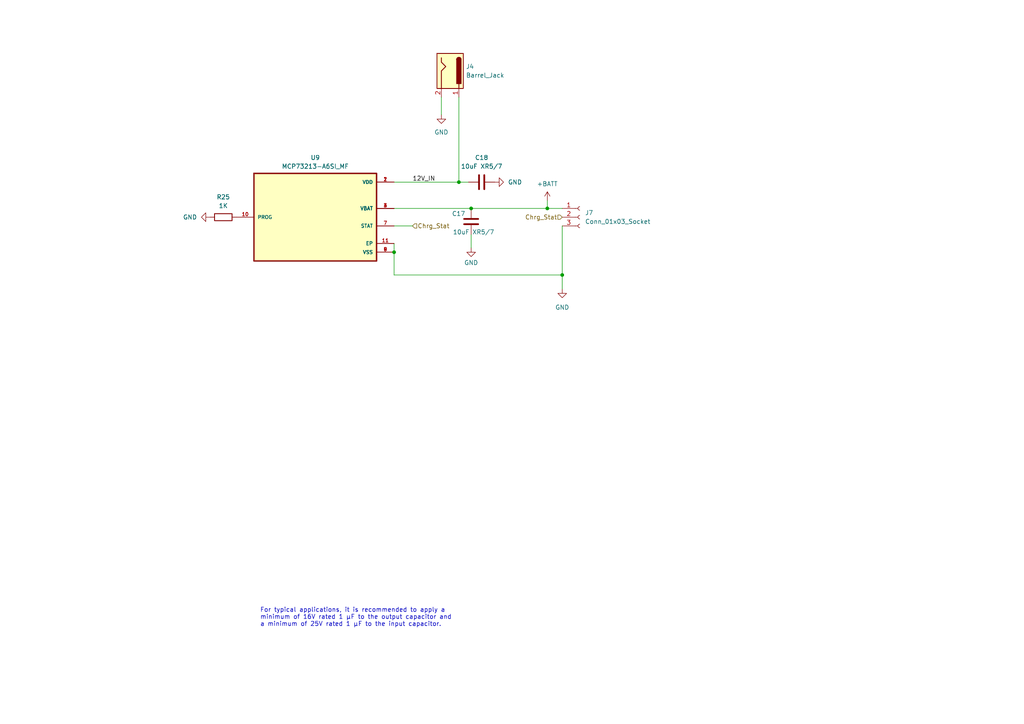
<source format=kicad_sch>
(kicad_sch (version 20230121) (generator eeschema)
  (paper "A4")
  (lib_symbols
    (symbol "Connector:Barrel_Jack" (pin_names (offset 1.016))
      (property "Reference" "J" (at 0 5.334 0))
      (property "Value" "Barrel_Jack" (at 0 -5.08 0))
      (symbol "Barrel_Jack_0_1"
        (rectangle (start -5.08 3.81) (end 5.08 -3.81) (stroke (width 0.254)) (fill (type background)))
        (arc (start -3.302 3.175) (mid -3.9343 2.54) (end -3.302 1.905) (stroke (width 0.254)))
        (arc (start -3.302 3.175) (mid -3.9343 2.54) (end -3.302 1.905) (stroke (width 0.254)) (fill (type outline)))
        (polyline (pts (xy 5.08 2.54) (xy 3.81 2.54)) (stroke (width 0.254)))
        (polyline (pts (xy -3.81 -2.54) (xy -2.54 -2.54) (xy -1.27 -1.27) (xy 0 -2.54) (xy 2.54 -2.54) (xy 5.08 -2.54)) (stroke (width 0.254)))
        (rectangle (start 3.683 3.175) (end -3.302 1.905) (stroke (width 0.254)) (fill (type outline)))
      )
      (symbol "Barrel_Jack_1_1"
        (pin passive line (at 7.62 2.54 180) (length 2.54) (name "~") (number "1"))
        (pin passive line (at 7.62 -2.54 180) (length 2.54) (name "~") (number "2"))
      )
    )
    (symbol "Connector:Conn_01x03_Socket" (pin_names (offset 1.016) hide)
      (property "Reference" "J" (at 0 5.08 0))
      (property "Value" "Conn_01x03_Socket" (at 0 -5.08 0))
      (symbol "Conn_01x03_Socket_1_1"
        (arc (start 0 -2.032) (mid -0.5058 -2.54) (end 0 -3.048) (stroke (width 0.1524)))
        (polyline (pts (xy -1.27 -2.54) (xy -0.508 -2.54)) (stroke (width 0.1524)))
        (polyline (pts (xy -1.27 0) (xy -0.508 0)) (stroke (width 0.1524)))
        (polyline (pts (xy -1.27 2.54) (xy -0.508 2.54)) (stroke (width 0.1524)))
        (arc (start 0 0.508) (mid -0.5058 0) (end 0 -0.508) (stroke (width 0.1524)))
        (arc (start 0 3.048) (mid -0.5058 2.54) (end 0 2.032) (stroke (width 0.1524)))
        (pin passive line (at -5.08 2.54 0) (length 3.81) (name "Pin_1") (number "1"))
        (pin passive line (at -5.08 0 0) (length 3.81) (name "Pin_2") (number "2"))
        (pin passive line (at -5.08 -2.54 0) (length 3.81) (name "Pin_3") (number "3"))
      )
    )
    (symbol "Device:C" (pin_numbers hide) (pin_names (offset 0.254))
      (property "Reference" "C" (at 0.635 2.54 0))
      (property "Value" "C" (at 0.635 -2.54 0))
      (symbol "C_0_1"
        (polyline (pts (xy -2.032 -0.762) (xy 2.032 -0.762)) (stroke (width 0.508)))
        (polyline (pts (xy -2.032 0.762) (xy 2.032 0.762)) (stroke (width 0.508)))
      )
      (symbol "C_1_1"
        (pin passive line (at 0 3.81 270) (length 2.794) (name "~") (number "1"))
        (pin passive line (at 0 -3.81 90) (length 2.794) (name "~") (number "2"))
      )
    )
    (symbol "Device:R" (pin_numbers hide) (pin_names (offset 0))
      (property "Reference" "R" (at 2.032 0 90))
      (property "Value" "R" (at 0 0 90))
      (symbol "R_0_1"
        (rectangle (start -1.016 -2.54) (end 1.016 2.54) (stroke (width 0.254)))
      )
      (symbol "R_1_1"
        (pin passive line (at 0 3.81 270) (length 1.27) (name "~") (number "1"))
        (pin passive line (at 0 -3.81 90) (length 1.27) (name "~") (number "2"))
      )
    )
    (symbol "MCP73213-A6SI_MF:MCP73213-A6SI_MF" (pin_names (offset 1.016))
      (property "Reference" "U" (at -17.837 13.7392 0))
      (property "Value" "MCP73213-A6SI_MF" (at -17.8079 -16.7245 0))
      (symbol "MCP73213-A6SI_MF_0_0"
        (rectangle (start -17.78 -12.7) (end 17.78 12.7) (stroke (width 0.41)) (fill (type background)))
        (pin power_in line (at 22.86 10.16 180) (length 5.08) (name "VDD") (number "1"))
        (pin bidirectional line (at -22.86 0 0) (length 5.08) (name "PROG") (number "10"))
        (pin power_in line (at 22.86 -7.62 180) (length 5.08) (name "EP") (number "11"))
        (pin power_in line (at 22.86 10.16 180) (length 5.08) (name "VDD") (number "2"))
        (pin bidirectional line (at 22.86 2.54 180) (length 5.08) (name "VBAT") (number "3"))
        (pin bidirectional line (at 22.86 2.54 180) (length 5.08) (name "VBAT") (number "4"))
        (pin output line (at 22.86 -2.54 180) (length 5.08) (name "STAT") (number "7"))
        (pin power_in line (at 22.86 -10.16 180) (length 5.08) (name "VSS") (number "8"))
        (pin power_in line (at 22.86 -10.16 180) (length 5.08) (name "VSS") (number "9"))
      )
    )
    (symbol "power:+BATT" (power) (pin_names (offset 0))
      (property "Value" "+BATT" (at 0 3.556 0))
      (symbol "+BATT_0_1"
        (polyline (pts (xy -0.762 1.27) (xy 0 2.54)))
        (polyline (pts (xy 0 0) (xy 0 2.54)))
        (polyline (pts (xy 0 2.54) (xy 0.762 1.27)))
      )
      (symbol "+BATT_1_1"
        (pin power_in line (at 0 0 90) (length 0) hide (name "+BATT") (number "1"))
      )
    )
    (symbol "power:GND" (power) (pin_names (offset 0))
      (property "Value" "GND" (at 0 -3.81 0))
      (symbol "GND_0_1"
        (polyline (pts (xy 0 0) (xy 0 -1.27) (xy 1.27 -1.27) (xy 0 -2.54) (xy -1.27 -1.27) (xy 0 -1.27)))
      )
      (symbol "GND_1_1"
        (pin power_in line (at 0 0 270) (length 0) hide (name "GND") (number "1"))
      )
    )
  )
  (junction (at 158.75 60.452))
  (junction (at 133.096 52.832))
  (junction (at 163.068 79.756))
  (junction (at 136.652 60.452))
  (junction (at 114.3 73.152))
  (wire (pts (xy 133.096 52.832) (xy 133.096 28.194)))
  (wire (pts (xy 163.068 79.756) (xy 163.068 83.82)))
  (wire (pts (xy 114.3 73.152) (xy 114.3 79.756)))
  (wire (pts (xy 136.652 60.452) (xy 158.75 60.452)))
  (wire (pts (xy 114.3 79.756) (xy 163.068 79.756)))
  (wire (pts (xy 114.3 70.612) (xy 114.3 73.152)))
  (wire (pts (xy 158.75 58.166) (xy 158.75 60.452)))
  (wire (pts (xy 136.652 71.882) (xy 136.652 68.072)))
  (wire (pts (xy 163.068 65.532) (xy 163.068 79.756)))
  (wire (pts (xy 114.3 60.452) (xy 136.652 60.452)))
  (wire (pts (xy 114.3 65.532) (xy 119.634 65.532)))
  (wire (pts (xy 133.096 52.832) (xy 135.89 52.832)))
  (wire (pts (xy 114.3 52.832) (xy 133.096 52.832)))
  (wire (pts (xy 158.75 60.452) (xy 163.068 60.452)))
  (wire (pts (xy 128.016 28.194) (xy 128.016 33.274)))
  (text "For typical applications, it is recommended to apply a\nminimum of 16V rated 1 μF to the output capacitor and\na minimum of 25V rated 1 μF to the input capacitor." (at 75.438 181.864 0) (effects (font (size 1.27 1.27)) (justify left bottom)))
  (label "12V_IN" (at 119.634 52.832 0))
  (hierarchical_label "Chrg_Stat" (shape input) (at 163.068 62.992 180))
  (hierarchical_label "Chrg_Stat" (shape input) (at 119.634 65.532 0))
  (symbol (lib_id "Connector:Barrel_Jack") (at 130.556 20.574 270) (unit 1)
    (property "Reference" "J4" (at 135.128 19.304 90) (effects (justify left)))
    (property "Value" "Barrel_Jack" (at 135.128 21.844 90) (effects (justify left)))
    (property "Footprint" "Connector_BarrelJack:BarrelJack_Horizontal" (effects hide))
  )
  (symbol (lib_id "Device:C") (at 136.652 64.262 0) (unit 1)
    (property "Reference" "C17" (at 131.064 61.976 0) (effects (justify left)))
    (property "Value" "10uF XR5/7" (at 131.318 67.31 0) (effects (justify left)))
    (property "Footprint" "Capacitor_SMD:C_0504_1310Metric_Pad0.83x1.28mm_HandSolder" (effects hide))
  )
  (symbol (lib_id "Device:R") (at 64.77 62.992 90) (unit 1)
    (property "Reference" "R25" (at 64.77 57.15 90))
    (property "Value" "1K" (at 64.77 59.69 90))
    (property "Footprint" "Resistor_SMD:R_0603_1608Metric_Pad0.98x0.95mm_HandSolder" (effects hide))
  )
  (symbol (lib_id "power:+BATT") (at 158.75 58.166 0) (unit 1)
    (property "Reference" "#PWR02" (effects hide))
    (property "Value" "+BATT" (at 158.75 53.34 0))
  )
  (symbol (lib_id "Device:C") (at 139.7 52.832 90) (unit 1)
    (property "Reference" "C18" (at 139.7 45.72 90))
    (property "Value" "10uF XR5/7" (at 139.7 48.26 90))
    (property "Footprint" "Capacitor_SMD:C_0504_1310Metric_Pad0.83x1.28mm_HandSolder" (effects hide))
  )
  (symbol (lib_id "power:GND") (at 143.51 52.832 90) (unit 1)
    (property "Reference" "#PWR067" (effects hide))
    (property "Value" "GND" (at 147.32 52.832 90) (effects (justify right)))
  )
  (symbol (lib_id "Connector:Conn_01x03_Socket") (at 168.148 62.992 0) (unit 1)
    (property "Reference" "J7" (at 169.672 61.722 0) (effects (justify left)))
    (property "Value" "Conn_01x03_Socket" (at 169.672 64.262 0) (effects (justify left)))
    (property "Footprint" "Connector_PinSocket_2.54mm:PinSocket_1x03_P2.54mm_Vertical" (effects hide))
  )
  (symbol (lib_id "power:GND") (at 60.96 62.992 270) (unit 1)
    (property "Reference" "#PWR064" (effects hide))
    (property "Value" "GND" (at 57.15 62.992 90) (effects (justify right)))
  )
  (symbol (lib_id "power:GND") (at 163.068 83.82 0) (unit 1)
    (property "Reference" "#PWR068" (effects hide))
    (property "Value" "GND" (at 163.068 89.154 0))
  )
  (symbol (lib_id "power:GND") (at 136.652 71.882 0) (unit 1)
    (property "Reference" "#PWR066" (effects hide))
    (property "Value" "GND" (at 136.652 76.2 0))
  )
  (symbol (lib_id "power:GND") (at 128.016 33.274 0) (unit 1)
    (property "Reference" "#PWR065" (effects hide))
    (property "Value" "GND" (at 128.016 38.354 0))
  )
  (symbol (lib_id "MCP73213-A6SI_MF:MCP73213-A6SI_MF") (at 91.44 62.992 0) (unit 1)
    (property "Reference" "U9" (at 91.44 45.72 0))
    (property "Value" "MCP73213-A6SI_MF" (at 91.44 48.26 0))
    (property "Footprint" "MCP73213-A6SI_MF:SON50P300X300X100-11N" (effects hide))
    (property "MF" "Microchip Technology" (effects hide))
    (property "DESCRIPTION" "MCP Series 16V Dual-Cell Li-Ion/Li-Polymer Battery Charge Management Controller" (effects hide))
    (property "PACKAGE" "DFN-10 Microchip" (effects hide))
    (property "PRICE" "1.60 USD" (effects hide))
    (property "Package" "DFN-10 Microchip" (effects hide))
    (property "Check_prices" "https://www.snapeda.com/parts/MCP73213-A6SI/MF/Microchip/view-part/?ref=eda" (effects hide))
    (property "Price" "None" (effects hide))
    (property "SnapEDA_Link" "https://www.snapeda.com/parts/MCP73213-A6SI/MF/Microchip/view-part/?ref=snap" (effects hide))
    (property "MP" "MCP73213-A6SI/MF" (effects hide))
    (property "Description" "\n                        \n                            Microchip MCP73213-A6SI/MF, Battery Charge Controller, 1100mA, 10-Pin DFN | Microchip Technology Inc. MCP73213-A6SI/MF\n                        \n" (effects hide))
    (property "Availability" "In Stock" (effects hide))
    (property "AVAILABILITY" "Good" (effects hide))
    (property "SNAPEDA_PACKAGE_ID" "30778" (effects hide))
  )
)
</source>
